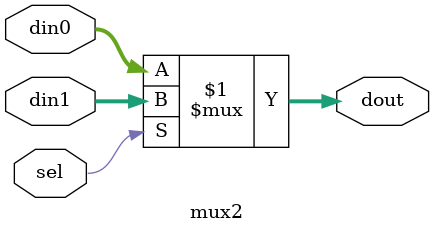
<source format=v>
`timescale 1ns / 1ps

module mux2 #(
  parameter DATA_WIDTH=8)(
  input [DATA_WIDTH-1:0] din0, din1,
  input sel,
  output [DATA_WIDTH-1:0] dout
);

  assign dout = sel ? din1 : din0;
  
endmodule

</source>
